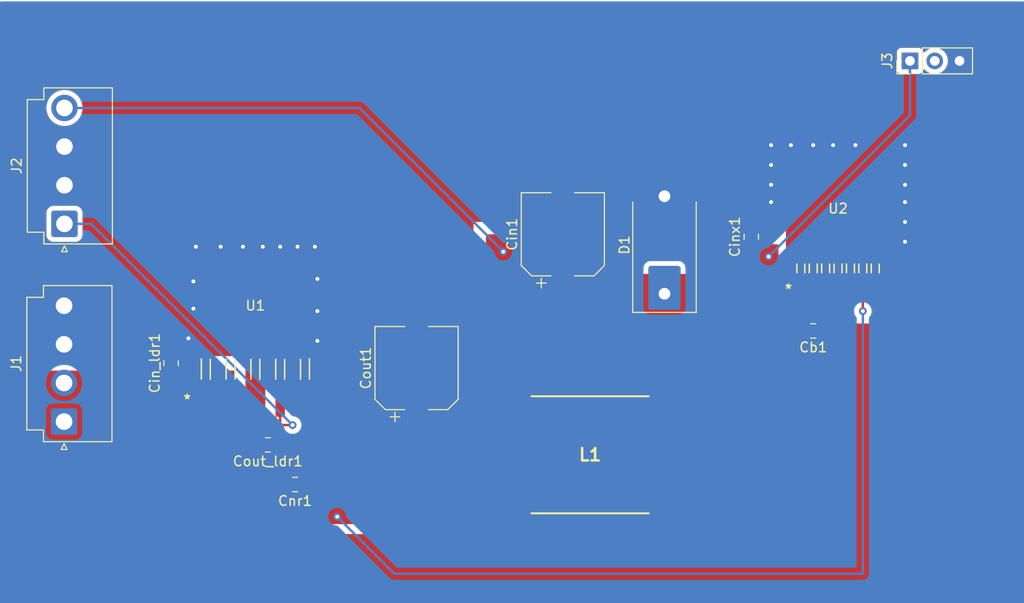
<source format=kicad_pcb>
(kicad_pcb (version 20221018) (generator pcbnew)
  (layers (0 "F.Cu" signal) (31 "B.Cu" signal) (34 "B.Paste" user) (35 "F.Paste" user) (36 "B.SilkS" user "B.Silkscreen") (37 "F.SilkS" user "F.Silkscreen") (38 "B.Mask" user) (39 "F.Mask" user) (44 "Edge.Cuts" user))
  (net 0 "")
  (net 3 "Net-(D1-K)")
  (net 4 "GND")
  (net 5 "Net-(U2-CB)")
  (net 6 "Net-(U1-NR{slash}FB)")
  (net 7 "Net-(J1-Pin_1)")
  (net 8 "/Vin")
  (net 9 "Net-(J2-Pin_1)")
  (footprint "Diode_SMD:D_SMC-RM10_Universal_Handsoldering" (layer "F.Cu") (at 140.97 100.41 90)
    (fp_text reference "D1" (at 0 -4.1 90) (layer "F.SilkS"))
    (fp_text value "550mV 5A")
    (fp_line (start -6.91 -3.25) (end 4.4 -3.25) (stroke (width 0.12)) (layer "F.SilkS"))
    (fp_line (start -6.91 3.25) (end -6.91 -3.25) (stroke (width 0.12)) (layer "F.SilkS"))
    (fp_line (start -6.91 3.25) (end 4.4 3.25) (stroke (width 0.12)) (layer "F.SilkS"))
    (pad "1" thru_hole roundrect (at -5 0 90) (size 4.5 3.3) (drill 1.2 (offset 0.6 0)) (layers "*.Cu" "*.Mask") (roundrect_rratio 0.0757575758) (net 3 "Net-(D1-K)"))
    (pad "2" thru_hole roundrect (at 5 0 270) (size 4.5 3.3) (drill 1.2 (offset 0.6 0)) (layers "*.Cu" "*.Mask") (roundrect_rratio 0.0757575758) (net 4 "GND"))
  )
  (footprint "Connector_PinHeader_2.54mm:PinHeader_1x03_P2.54mm_Vertical" (layer "F.Cu") (at 166.116 81.534 90)
    (fp_text reference "J3" (at 0 -2.33 90) (layer "F.SilkS"))
    (fp_text value "Conn_01x03_Pin")
    (fp_line (start -1.33 -1.33) (end 0 -1.33) (stroke (width 0.12)) (layer "F.SilkS"))
    (fp_line (start -1.33 0) (end -1.33 -1.33) (stroke (width 0.12)) (layer "F.SilkS"))
    (fp_line (start -1.33 1.27) (end -1.33 6.41) (stroke (width 0.12)) (layer "F.SilkS"))
    (fp_line (start -1.33 1.27) (end 1.33 1.27) (stroke (width 0.12)) (layer "F.SilkS"))
    (fp_line (start -1.33 6.41) (end 1.33 6.41) (stroke (width 0.12)) (layer "F.SilkS"))
    (fp_line (start 1.33 1.27) (end 1.33 6.41) (stroke (width 0.12)) (layer "F.SilkS"))
    (pad "1" thru_hole rect (at 0 0 90) (size 1.7 1.7) (drill 1) (layers "*.Cu" "*.Mask") (net 8 "/Vin"))
    (pad "2" thru_hole oval (at 0 2.54 90) (size 1.7 1.7) (drill 1) (layers "*.Cu" "*.Mask"))
    (pad "3" thru_hole oval (at 0 5.08 90) (size 1.7 1.7) (drill 1) (layers "*.Cu" "*.Mask") (net 4 "GND"))
  )
  (footprint "LIB_MSS1210-103MEB:INDPM120120X1020N" (layer "F.Cu") (at 133.35 121.92 180)
    (fp_text reference "L1" (at 0 0) (layer "F.SilkS") (effects (font (size 1.27 1.27) (thickness 0.254))))
    (fp_text value "10uH" hide)
    (fp_line (start -6 6) (end 6 6) (stroke (width 0.2)) (layer "F.SilkS"))
    (fp_line (start 6 -6) (end -6 -6) (stroke (width 0.2)) (layer "F.SilkS"))
    (pad "1" smd rect (at -4.85 0 180) (size 3.65 5.1) (layers "F.Cu" "F.Paste" "F.Mask") (net 3 "Net-(D1-K)"))
    (pad "2" smd rect (at 4.85 0 180) (size 3.65 5.1) (layers "F.Cu" "F.Paste" "F.Mask") (net 7 "Net-(J1-Pin_1)"))
  )
  (footprint "LM2678-TO263:TS7B" (layer "F.Cu") (at 158.75 96.6724)
    (fp_text reference "U2" (at 0 0 unlocked) (layer "F.SilkS"))
    (fp_text value "LM2678S-12")
    (fp_text user "*" (at -5.08 8.2804 unlocked) (layer "F.SilkS"))
    (fp_text user "*" (at -5.08 8.2804) (layer "F.SilkS"))
    (fp_line (start -4.2164 5.6896) (end -4.2164 6.5786) (stroke (width 0.1524)) (layer "F.SilkS"))
    (fp_line (start -3.4036 5.6896) (end -3.4036 6.5786) (stroke (width 0.1524)) (layer "F.SilkS"))
    (fp_line (start -2.9464 5.6896) (end -2.9464 6.5786) (stroke (width 0.1524)) (layer "F.SilkS"))
    (fp_line (start -2.1336 5.6896) (end -2.1336 6.5786) (stroke (width 0.1524)) (layer "F.SilkS"))
    (fp_line (start -1.6764 5.6896) (end -1.6764 6.5786) (stroke (width 0.1524)) (layer "F.SilkS"))
    (fp_line (start -0.8636 5.6896) (end -0.8636 6.5786) (stroke (width 0.1524)) (layer "F.SilkS"))
    (fp_line (start -0.4064 5.6896) (end -0.4064 6.5786) (stroke (width 0.1524)) (layer "F.SilkS"))
    (fp_line (start 0.4064 5.6896) (end 0.4064 6.5786) (stroke (width 0.1524)) (layer "F.SilkS"))
    (fp_line (start 0.8636 5.6896) (end 0.8636 6.5786) (stroke (width 0.1524)) (layer "F.SilkS"))
    (fp_line (start 1.6764 5.6896) (end 1.6764 6.5786) (stroke (width 0.1524)) (layer "F.SilkS"))
    (fp_line (start 2.1336 5.6896) (end 2.1336 6.5786) (stroke (width 0.1524)) (layer "F.SilkS"))
    (fp_line (start 2.9464 5.6896) (end 2.9464 6.5786) (stroke (width 0.1524)) (layer "F.SilkS"))
    (fp_line (start 3.4036 5.6896) (end 3.4036 6.5786) (stroke (width 0.1524)) (layer "F.SilkS"))
    (fp_line (start 4.2164 5.6896) (end 4.2164 6.5786) (stroke (width 0.1524)) (layer "F.SilkS"))
    (pad "1" smd rect (at -3.81 8.2804) (size 0.8636 2.6924) (layers "F.Cu" "F.Paste" "F.Mask") (net 3 "Net-(D1-K)"))
    (pad "2" smd rect (at -2.54 8.2804) (size 0.8636 2.6924) (layers "F.Cu" "F.Paste" "F.Mask") (net 8 "/Vin"))
    (pad "3" smd rect (at -1.27 8.2804) (size 0.8636 2.6924) (layers "F.Cu" "F.Paste" "F.Mask") (net 5 "Net-(U2-CB)"))
    (pad "4" smd rect (at 0 8.2804) (size 0.8636 2.6924) (layers "F.Cu" "F.Paste" "F.Mask") (net 4 "GND"))
    (pad "5" smd rect (at 1.27 8.2804) (size 0.8636 2.6924) (layers "F.Cu" "F.Paste" "F.Mask"))
    (pad "6" smd rect (at 2.54 8.2804) (size 0.8636 2.6924) (layers "F.Cu" "F.Paste" "F.Mask") (net 7 "Net-(J1-Pin_1)"))
    (pad "7" smd rect (at 3.81 8.2804) (size 0.8636 2.6924) (layers "F.Cu" "F.Paste" "F.Mask"))
    (pad "8" smd rect (at 0 -0.1524) (size 10.414 10.4648) (layers "F.Cu" "F.Paste" "F.Mask") (net 4 "GND"))
  )
  (footprint "Connector_JST:JST_VH_B4P-VH-B_1x04_P3.96mm_Vertical" (layer "F.Cu") (at 79.46 118.514 90)
    (fp_text reference "J1" (at 5.94 -4.9 90) (layer "F.SilkS"))
    (fp_text value "Conn_01x04_Pin")
    (fp_line (start -2.86 -0.3) (end -2.26 0) (stroke (width 0.12)) (layer "F.SilkS"))
    (fp_line (start -2.86 0.3) (end -2.86 -0.3) (stroke (width 0.12)) (layer "F.SilkS"))
    (fp_line (start -2.26 0) (end -2.86 0.3) (stroke (width 0.12)) (layer "F.SilkS"))
    (fp_line (start -2.06 -2.11) (end -0.86 -2.11) (stroke (width 0.12)) (layer "F.SilkS"))
    (fp_line (start -2.06 4.91) (end -2.06 -2.11) (stroke (width 0.12)) (layer "F.SilkS"))
    (fp_line (start -0.86 -3.81) (end 12.74 -3.81) (stroke (width 0.12)) (layer "F.SilkS"))
    (fp_line (start -0.86 -2.11) (end -0.86 -3.81) (stroke (width 0.12)) (layer "F.SilkS"))
    (fp_line (start 12.74 -3.81) (end 12.74 -2.11) (stroke (width 0.12)) (layer "F.SilkS"))
    (fp_line (start 12.74 -2.11) (end 13.94 -2.11) (stroke (width 0.12)) (layer "F.SilkS"))
    (fp_line (start 13.94 -2.11) (end 13.94 4.91) (stroke (width 0.12)) (layer "F.SilkS"))
    (fp_line (start 13.94 4.91) (end -2.06 4.91) (stroke (width 0.12)) (layer "F.SilkS"))
    (pad "1" thru_hole roundrect (at 0 0 90) (size 2.7 2.7) (drill 1.7) (layers "*.Cu" "*.Mask") (roundrect_rratio 0.092593) (net 7 "Net-(J1-Pin_1)"))
    (pad "2" thru_hole circle (at 3.96 0 90) (size 2.7 2.7) (drill 1.7) (layers "*.Cu" "*.Mask") (net 7 "Net-(J1-Pin_1)"))
    (pad "3" thru_hole circle (at 7.92 0 90) (size 2.7 2.7) (drill 1.7) (layers "*.Cu" "*.Mask") (net 4 "GND"))
    (pad "4" thru_hole circle (at 11.88 0 90) (size 2.7 2.7) (drill 1.7) (layers "*.Cu" "*.Mask") (net 4 "GND"))
  )
  (footprint "Capacitor_SMD:C_0805_2012Metric_Pad1.18x1.45mm_HandSolder" (layer "F.Cu") (at 156.21 109.22 180)
    (fp_text reference "Cb1" (at 0 -1.68) (layer "F.SilkS"))
    (fp_text value "10nF")
    (fp_line (start -0.261252 -0.735) (end 0.261252 -0.735) (stroke (width 0.12)) (layer "F.SilkS"))
    (fp_line (start -0.261252 0.735) (end 0.261252 0.735) (stroke (width 0.12)) (layer "F.SilkS"))
    (pad "1" smd roundrect (at -1.0375 0 180) (size 1.175 1.45) (layers "F.Cu" "F.Paste" "F.Mask") (roundrect_rratio 0.212766) (net 5 "Net-(U2-CB)"))
    (pad "2" smd roundrect (at 1.0375 0 180) (size 1.175 1.45) (layers "F.Cu" "F.Paste" "F.Mask") (roundrect_rratio 0.212766) (net 3 "Net-(D1-K)"))
  )
  (footprint "Capacitor_SMD:C_0805_2012Metric_Pad1.18x1.45mm_HandSolder" (layer "F.Cu") (at 103.124 124.968 180)
    (fp_text reference "Cnr1" (at 0 -1.68) (layer "F.SilkS"))
    (fp_text value "10nF")
    (fp_line (start -0.261252 -0.735) (end 0.261252 -0.735) (stroke (width 0.12)) (layer "F.SilkS"))
    (fp_line (start -0.261252 0.735) (end 0.261252 0.735) (stroke (width 0.12)) (layer "F.SilkS"))
    (pad "1" smd roundrect (at -1.0375 0 180) (size 1.175 1.45) (layers "F.Cu" "F.Paste" "F.Mask") (roundrect_rratio 0.212766) (net 6 "Net-(U1-NR{slash}FB)"))
    (pad "2" smd roundrect (at 1.0375 0 180) (size 1.175 1.45) (layers "F.Cu" "F.Paste" "F.Mask") (roundrect_rratio 0.212766) (net 4 "GND"))
  )
  (footprint "Connector_JST:JST_VH_B4P-VH-B_1x04_P3.96mm_Vertical" (layer "F.Cu") (at 79.502 98.24 90)
    (fp_text reference "J2" (at 5.94 -4.9 90) (layer "F.SilkS"))
    (fp_text value "Conn_01x04_Pin")
    (fp_line (start -2.86 -0.3) (end -2.26 0) (stroke (width 0.12)) (layer "F.SilkS"))
    (fp_line (start -2.86 0.3) (end -2.86 -0.3) (stroke (width 0.12)) (layer "F.SilkS"))
    (fp_line (start -2.26 0) (end -2.86 0.3) (stroke (width 0.12)) (layer "F.SilkS"))
    (fp_line (start -2.06 -2.11) (end -0.86 -2.11) (stroke (width 0.12)) (layer "F.SilkS"))
    (fp_line (start -2.06 4.91) (end -2.06 -2.11) (stroke (width 0.12)) (layer "F.SilkS"))
    (fp_line (start -0.86 -3.81) (end 12.74 -3.81) (stroke (width 0.12)) (layer "F.SilkS"))
    (fp_line (start -0.86 -2.11) (end -0.86 -3.81) (stroke (width 0.12)) (layer "F.SilkS"))
    (fp_line (start 12.74 -3.81) (end 12.74 -2.11) (stroke (width 0.12)) (layer "F.SilkS"))
    (fp_line (start 12.74 -2.11) (end 13.94 -2.11) (stroke (width 0.12)) (layer "F.SilkS"))
    (fp_line (start 13.94 -2.11) (end 13.94 4.91) (stroke (width 0.12)) (layer "F.SilkS"))
    (fp_line (start 13.94 4.91) (end -2.06 4.91) (stroke (width 0.12)) (layer "F.SilkS"))
    (pad "1" thru_hole roundrect (at 0 0 90) (size 2.7 2.7) (drill 1.7) (layers "*.Cu" "*.Mask") (roundrect_rratio 0.092593) (net 9 "Net-(J2-Pin_1)"))
    (pad "2" thru_hole circle (at 3.96 0 90) (size 2.7 2.7) (drill 1.7) (layers "*.Cu" "*.Mask") (net 4 "GND"))
    (pad "3" thru_hole circle (at 7.92 0 90) (size 2.7 2.7) (drill 1.7) (layers "*.Cu" "*.Mask") (net 4 "GND"))
    (pad "4" thru_hole circle (at 11.88 0 90) (size 2.7 2.7) (drill 1.7) (layers "*.Cu" "*.Mask") (net 8 "/Vin"))
  )
  (footprint "Capacitor_SMD:CP_Elec_8x6.9" (layer "F.Cu") (at 130.556 99.314 90)
    (fp_text reference "Cin1" (at 0 -5.2 90) (layer "F.SilkS"))
    (fp_text value "180uF")
    (fp_line (start -5.5 -2.21) (end -4.5 -2.21) (stroke (width 0.12)) (layer "F.SilkS"))
    (fp_line (start -5 -2.71) (end -5 -1.71) (stroke (width 0.12)) (layer "F.SilkS"))
    (fp_line (start -4.26 -3.195563) (end -4.26 -1.21) (stroke (width 0.12)) (layer "F.SilkS"))
    (fp_line (start -4.26 -3.195563) (end -3.195563 -4.26) (stroke (width 0.12)) (layer "F.SilkS"))
    (fp_line (start -4.26 3.195563) (end -4.26 1.21) (stroke (width 0.12)) (layer "F.SilkS"))
    (fp_line (start -4.26 3.195563) (end -3.195563 4.26) (stroke (width 0.12)) (layer "F.SilkS"))
    (fp_line (start -3.195563 -4.26) (end 4.26 -4.26) (stroke (width 0.12)) (layer "F.SilkS"))
    (fp_line (start -3.195563 4.26) (end 4.26 4.26) (stroke (width 0.12)) (layer "F.SilkS"))
    (fp_line (start 4.26 -4.26) (end 4.26 -1.21) (stroke (width 0.12)) (layer "F.SilkS"))
    (fp_line (start 4.26 4.26) (end 4.26 1.21) (stroke (width 0.12)) (layer "F.SilkS"))
    (pad "1" smd roundrect (at -3.475 0 90) (size 4.15 1.9) (layers "F.Cu" "F.Paste" "F.Mask") (roundrect_rratio 0.131579) (net 8 "/Vin"))
    (pad "2" smd roundrect (at 3.475 0 90) (size 4.15 1.9) (layers "F.Cu" "F.Paste" "F.Mask") (roundrect_rratio 0.131579) (net 4 "GND"))
  )
  (footprint "TPS79633KTTR:KTT5_6P22X6P86_TEX" (layer "F.Cu") (at 99.06 106.6165)
    (fp_text reference "U1" (at 0 0 unlocked) (layer "F.SilkS"))
    (fp_text value "TPS79633KTTR")
    (fp_text user "*" (at -6.985 9.652 unlocked) (layer "F.SilkS"))
    (fp_text user "*" (at -6.985 9.652) (layer "F.SilkS"))
    (fp_line (start -5.5372 5.462853) (end -5.5372 7.5438) (stroke (width 0.1524)) (layer "F.SilkS"))
    (fp_line (start -4.6228 5.51434) (end -4.6228 7.5438) (stroke (width 0.1524)) (layer "F.SilkS"))
    (fp_line (start -2.9972 5.51434) (end -2.9972 7.5438) (stroke (width 0.1524)) (layer "F.SilkS"))
    (fp_line (start -2.0828 5.51434) (end -2.0828 7.5438) (stroke (width 0.1524)) (layer "F.SilkS"))
    (fp_line (start -0.4572 5.51434) (end -0.4572 7.5438) (stroke (width 0.1524)) (layer "F.SilkS"))
    (fp_line (start 0.4572 5.51434) (end 0.4572 7.5438) (stroke (width 0.1524)) (layer "F.SilkS"))
    (fp_line (start 2.0828 5.51434) (end 2.0828 7.5438) (stroke (width 0.1524)) (layer "F.SilkS"))
    (fp_line (start 2.9972 5.51434) (end 2.9972 7.5438) (stroke (width 0.1524)) (layer "F.SilkS"))
    (fp_line (start 4.6228 5.51434) (end 4.6228 7.5438) (stroke (width 0.1524)) (layer "F.SilkS"))
    (fp_line (start 5.5372 5.462853) (end 5.5372 7.5438) (stroke (width 0.1524)) (layer "F.SilkS"))
    (pad "1" smd rect (at -5.08 9.652) (size 0.9652 3.5052) (layers "F.Cu" "F.Paste" "F.Mask") (net 7 "Net-(J1-Pin_1)"))
    (pad "2" smd rect (at -2.54 9.652) (size 0.9652 3.5052) (layers "F.Cu" "F.Paste" "F.Mask") (net 7 "Net-(J1-Pin_1)"))
    (pad "3" smd rect (at 0 9.652) (size 0.9652 3.5052) (layers "F.Cu" "F.Paste" "F.Mask") (net 4 "GND"))
    (pad "4" smd rect (at 2.54 9.652) (size 0.9652 3.5052) (layers "F.Cu" "F.Paste" "F.Mask") (net 9 "Net-(J2-Pin_1)"))
    (pad "5" smd rect (at 5.08 9.652) (size 0.9652 3.5052) (layers "F.Cu" "F.Paste" "F.Mask") (net 6 "Net-(U1-NR{slash}FB)"))
    (pad "6" smd rect (at 0 0) (size 10.7188 10.3632) (layers "F.Cu" "F.Paste" "F.Mask") (net 4 "GND"))
  )
  (footprint "Capacitor_SMD:C_0805_2012Metric_Pad1.18x1.45mm_HandSolder" (layer "F.Cu") (at 90.424 112.522 90)
    (fp_text reference "Cin_ldr1" (at 0 -1.68 90) (layer "F.SilkS"))
    (fp_text value "4.7uF")
    (fp_line (start -0.261252 -0.735) (end 0.261252 -0.735) (stroke (width 0.12)) (layer "F.SilkS"))
    (fp_line (start -0.261252 0.735) (end 0.261252 0.735) (stroke (width 0.12)) (layer "F.SilkS"))
    (pad "1" smd roundrect (at -1.0375 0 90) (size 1.175 1.45) (layers "F.Cu" "F.Paste" "F.Mask") (roundrect_rratio 0.212766) (net 7 "Net-(J1-Pin_1)"))
    (pad "2" smd roundrect (at 1.0375 0 90) (size 1.175 1.45) (layers "F.Cu" "F.Paste" "F.Mask") (roundrect_rratio 0.212766) (net 4 "GND"))
  )
  (footprint "Capacitor_SMD:CP_Elec_8x6.9" (layer "F.Cu") (at 115.57 113.03 90)
    (fp_text reference "Cout1" (at 0 -5.2 90) (layer "F.SilkS"))
    (fp_text value "330uF")
    (fp_line (start -5.5 -2.21) (end -4.5 -2.21) (stroke (width 0.12)) (layer "F.SilkS"))
    (fp_line (start -5 -2.71) (end -5 -1.71) (stroke (width 0.12)) (layer "F.SilkS"))
    (fp_line (start -4.26 -3.195563) (end -4.26 -1.21) (stroke (width 0.12)) (layer "F.SilkS"))
    (fp_line (start -4.26 -3.195563) (end -3.195563 -4.26) (stroke (width 0.12)) (layer "F.SilkS"))
    (fp_line (start -4.26 3.195563) (end -4.26 1.21) (stroke (width 0.12)) (layer "F.SilkS"))
    (fp_line (start -4.26 3.195563) (end -3.195563 4.26) (stroke (width 0.12)) (layer "F.SilkS"))
    (fp_line (start -3.195563 -4.26) (end 4.26 -4.26) (stroke (width 0.12)) (layer "F.SilkS"))
    (fp_line (start -3.195563 4.26) (end 4.26 4.26) (stroke (width 0.12)) (layer "F.SilkS"))
    (fp_line (start 4.26 -4.26) (end 4.26 -1.21) (stroke (width 0.12)) (layer "F.SilkS"))
    (fp_line (start 4.26 4.26) (end 4.26 1.21) (stroke (width 0.12)) (layer "F.SilkS"))
    (pad "1" smd roundrect (at -3.475 0 90) (size 4.15 1.9) (layers "F.Cu" "F.Paste" "F.Mask") (roundrect_rratio 0.131579) (net 7 "Net-(J1-Pin_1)"))
    (pad "2" smd roundrect (at 3.475 0 90) (size 4.15 1.9) (layers "F.Cu" "F.Paste" "F.Mask") (roundrect_rratio 0.131579) (net 4 "GND"))
  )
  (footprint "Capacitor_SMD:C_0805_2012Metric_Pad1.18x1.45mm_HandSolder" (layer "F.Cu") (at 100.33 120.904 180)
    (fp_text reference "Cout_ldr1" (at 0 -1.68) (layer "F.SilkS"))
    (fp_text value "4.7uF")
    (fp_line (start -0.261252 -0.735) (end 0.261252 -0.735) (stroke (width 0.12)) (layer "F.SilkS"))
    (fp_line (start -0.261252 0.735) (end 0.261252 0.735) (stroke (width 0.12)) (layer "F.SilkS"))
    (pad "1" smd roundrect (at -1.0375 0 180) (size 1.175 1.45) (layers "F.Cu" "F.Paste" "F.Mask") (roundrect_rratio 0.212766) (net 9 "Net-(J2-Pin_1)"))
    (pad "2" smd roundrect (at 1.0375 0 180) (size 1.175 1.45) (layers "F.Cu" "F.Paste" "F.Mask") (roundrect_rratio 0.212766) (net 4 "GND"))
  )
  (footprint "Capacitor_SMD:C_0805_2012Metric_Pad1.18x1.45mm_HandSolder" (layer "F.Cu") (at 149.86 99.568 90)
    (fp_text reference "Cinx1" (at 0 -1.68 90) (layer "F.SilkS"))
    (fp_text value "100nF")
    (fp_line (start -0.261252 -0.735) (end 0.261252 -0.735) (stroke (width 0.12)) (layer "F.SilkS"))
    (fp_line (start -0.261252 0.735) (end 0.261252 0.735) (stroke (width 0.12)) (layer "F.SilkS"))
    (pad "1" smd roundrect (at -1.0375 0 90) (size 1.175 1.45) (layers "F.Cu" "F.Paste" "F.Mask") (roundrect_rratio 0.212766) (net 8 "/Vin"))
    (pad "2" smd roundrect (at 1.0375 0 90) (size 1.175 1.45) (layers "F.Cu" "F.Paste" "F.Mask") (roundrect_rratio 0.212766) (net 4 "GND"))
  )
  (segment (start 157.734 95.504) (end 158.75 96.52) (width 0.25) (layer "F.Cu") (net 4))
  (via (at 101.6 100.584) (size 0.8) (drill 0.4) (layers "F.Cu" "B.Cu") (net 4))
  (via (at 97.79 100.584) (size 0.8) (drill 0.4) (layers "F.Cu" "B.Cu") (net 4))
  (via (at 160.528 90.17) (size 0.8) (drill 0.4) (layers "F.Cu" "B.Cu") (net 4))
  (via (at 103.378 100.584) (size 0.8) (drill 0.4) (layers "F.Cu" "B.Cu") (net 4))
  (via (at 156.21 90.17) (size 0.8) (drill 0.4) (layers "F.Cu" "B.Cu") (net 4))
  (via (at 92.964 100.584) (size 0.8) (drill 0.4) (layers "F.Cu" "B.Cu") (net 4))
  (via (at 165.608 100.076) (size 0.8) (drill 0.4) (layers "F.Cu" "B.Cu") (net 4))
  (via (at 105.41 103.886) (size 0.8) (drill 0.4) (layers "F.Cu" "B.Cu") (net 4))
  (via (at 151.892 96.012) (size 0.8) (drill 0.4) (layers "F.Cu" "B.Cu") (net 4))
  (via (at 165.608 96.012) (size 0.8) (drill 0.4) (layers "F.Cu" "B.Cu") (net 4))
  (via (at 105.41 107.188) (size 0.8) (drill 0.4) (layers "F.Cu" "B.Cu") (net 4))
  (via (at 105.156 100.584) (size 0.8) (drill 0.4) (layers "F.Cu" "B.Cu") (net 4))
  (via (at 151.892 94.234) (size 0.8) (drill 0.4) (layers "F.Cu" "B.Cu") (net 4))
  (via (at 165.608 92.202) (size 0.8) (drill 0.4) (layers "F.Cu" "B.Cu") (net 4))
  (via (at 153.924 90.17) (size 0.8) (drill 0.4) (layers "F.Cu" "B.Cu") (net 4))
  (via (at 165.608 94.234) (size 0.8) (drill 0.4) (layers "F.Cu" "B.Cu") (net 4))
  (via (at 158.242 90.17) (size 0.8) (drill 0.4) (layers "F.Cu" "B.Cu") (net 4))
  (via (at 95.504 100.584) (size 0.8) (drill 0.4) (layers "F.Cu" "B.Cu") (net 4))
  (via (at 165.608 90.17) (size 0.8) (drill 0.4) (layers "F.Cu" "B.Cu") (net 4))
  (via (at 151.892 92.202) (size 0.8) (drill 0.4) (layers "F.Cu" "B.Cu") (net 4))
  (via (at 151.892 90.17) (size 0.8) (drill 0.4) (layers "F.Cu" "B.Cu") (net 4))
  (via (at 92.202 109.982) (size 0.8) (drill 0.4) (layers "F.Cu" "B.Cu") (net 4))
  (via (at 99.822 100.584) (size 0.8) (drill 0.4) (layers "F.Cu" "B.Cu") (net 4))
  (via (at 105.41 110.236) (size 0.8) (drill 0.4) (layers "F.Cu" "B.Cu") (net 4))
  (via (at 92.71 104.14) (size 0.8) (drill 0.4) (layers "F.Cu" "B.Cu") (net 4))
  (via (at 165.608 98.044) (size 0.8) (drill 0.4) (layers "F.Cu" "B.Cu") (net 4))
  (via (at 92.71 106.934) (size 0.8) (drill 0.4) (layers "F.Cu" "B.Cu") (net 4))
  (segment (start 157.48 108.9875) (end 157.2475 109.22) (width 0.25) (layer "F.Cu") (net 5))
  (segment (start 157.48 104.9528) (end 157.48 108.9875) (width 0.25) (layer "F.Cu") (net 5))
  (segment (start 104.14 116.2685) (end 104.14 124.9465) (width 0.25) (layer "F.Cu") (net 6))
  (segment (start 104.14 124.9465) (end 104.1615 124.968) (width 0.25) (layer "F.Cu") (net 6))
  (segment (start 161.29 104.9528) (end 161.29 107.188) (width 0.25) (layer "F.Cu") (net 7))
  (via (at 107.442 128.27) (size 0.8) (drill 0.4) (layers "F.Cu" "B.Cu") (net 7))
  (via (at 161.29 107.188) (size 0.8) (drill 0.4) (layers "F.Cu" "B.Cu") (net 7))
  (segment (start 161.29 107.188) (end 161.29 134.112) (width 0.25) (layer "B.Cu") (net 7))
  (segment (start 161.29 134.112) (end 113.284 134.112) (width 0.25) (layer "B.Cu") (net 7))
  (segment (start 113.284 134.112) (end 107.442 128.27) (width 0.25) (layer "B.Cu") (net 7))
  (via (at 124.46 101.092) (size 0.8) (drill 0.4) (layers "F.Cu" "B.Cu") (net 8))
  (via (at 151.638 101.6) (size 0.8) (drill 0.4) (layers "F.Cu" "B.Cu") (net 8))
  (segment (start 109.728 86.36) (end 79.502 86.36) (width 0.25) (layer "B.Cu") (net 8))
  (segment (start 166.116 87.122) (end 151.638 101.6) (width 0.25) (layer "B.Cu") (net 8))
  (segment (start 166.116 81.534) (end 166.116 87.122) (width 0.25) (layer "B.Cu") (net 8))
  (segment (start 124.46 101.092) (end 109.728 86.36) (width 0.25) (layer "B.Cu") (net 8))
  (segment (start 101.6 118.872) (end 101.6 120.6715) (width 0.25) (layer "F.Cu") (net 9))
  (segment (start 79.502 98.24) (end 79.56 98.298) (width 0.25) (layer "F.Cu") (net 9))
  (segment (start 101.6 120.6715) (end 101.3675 120.904) (width 0.25) (layer "F.Cu") (net 9))
  (segment (start 101.6 116.2685) (end 101.6 118.872) (width 0.25) (layer "F.Cu") (net 9))
  (segment (start 101.6 118.872) (end 102.87 118.872) (width 0.25) (layer "F.Cu") (net 9))
  (via (at 102.87 118.872) (size 0.8) (drill 0.4) (layers "F.Cu" "B.Cu") (net 9))
  (segment (start 102.87 118.872) (end 82.238 98.24) (width 0.25) (layer "B.Cu") (net 9))
  (segment (start 82.238 98.24) (end 79.502 98.24) (width 0.25) (layer "B.Cu") (net 9))
  (zone (net 8) (net_name "/Vin") (layer "F.Cu") (priority 3) (connect_pads yes (clearance 0.5)) (min_thickness 0.25) (fill yes (thermal_gap 0.5) (thermal_bridge_width 0.5))
    (polygon (pts (xy 122.682 99.314) (xy 122.682 112.776) (xy 134.112 112.776) (xy 134.112 101.6) (xy 146.304 101.6) (xy 146.304 102.616) (xy 155.956 102.616) (xy 155.956 106.172) (xy 156.464 106.172) (xy 156.464 102.108) (xy 152.654 102.108) (xy 152.654 100.33) (xy 143.51 100.33) (xy 143.51 99.314)))
  )
  (zone (net 3) (net_name "Net-(D1-K)") (layer "F.Cu") (priority 2) (connect_pads yes (clearance 0.5)) (min_thickness 0.25) (fill yes (thermal_gap 0.5) (thermal_bridge_width 0.5))
    (polygon (pts (xy 155.194 103.378) (xy 135.382 103.378) (xy 135.382 129.032) (xy 155.194 129.032)))
  )
  (zone (net 7) (net_name "Net-(J1-Pin_1)") (layer "F.Cu") (priority 1) (connect_pads yes (clearance 0.5)) (min_thickness 0.25) (fill yes (thermal_gap 0.5) (thermal_bridge_width 0.5))
    (polygon (pts (xy 95.504 129.032) (xy 72.898 129.032) (xy 72.898 113.284) (xy 97.028 113.284) (xy 96.774 127) (xy 106.68 127) (xy 106.68 114.3) (xy 131.318 114.3) (xy 131.318 129.032) (xy 106.68 129.032)))
  )
  (zone (net 4) (net_name "GND") (layer "F.Cu") (connect_pads yes (clearance 0.5)) (min_thickness 0.25) (fill yes (thermal_gap 0.5) (thermal_bridge_width 0.5))
    (polygon (pts (xy 121.412 111.76) (xy 121.412 98.044) (xy 144.78 98.044) (xy 144.78 98.806) (xy 153.416 98.806) (xy 153.416 101.092) (xy 158.496 101.092) (xy 158.496 105.664) (xy 159.258 105.664) (xy 159.258 101.092) (xy 165.354 101.092) (xy 165.354 108.458) (xy 159.258 108.458) (xy 159.258 130.048) (xy 72.898 130.048) (xy 72.898 137.16) (xy 177.8 137.16) (xy 177.8 75.438) (xy 72.898 75.438) (xy 72.898 111.76) (xy 98.044 111.76) (xy 98.044 126.238) (xy 102.616 126.238) (xy 102.616 123.444) (xy 100.076 123.444) (xy 100.076 111.76) (xy 109.22 111.76)))
  )
  (zone (net 4) (net_name "GND") (layer "B.Cu") (name "GND") (priority 4) (connect_pads yes (clearance 0.5)) (min_thickness 0.25) (fill yes (thermal_gap 0.5) (thermal_bridge_width 0.5))
    (polygon (pts (xy 72.898 75.438) (xy 72.898 137.16) (xy 177.8 137.16) (xy 177.8 75.438)))
  )
)
</source>
